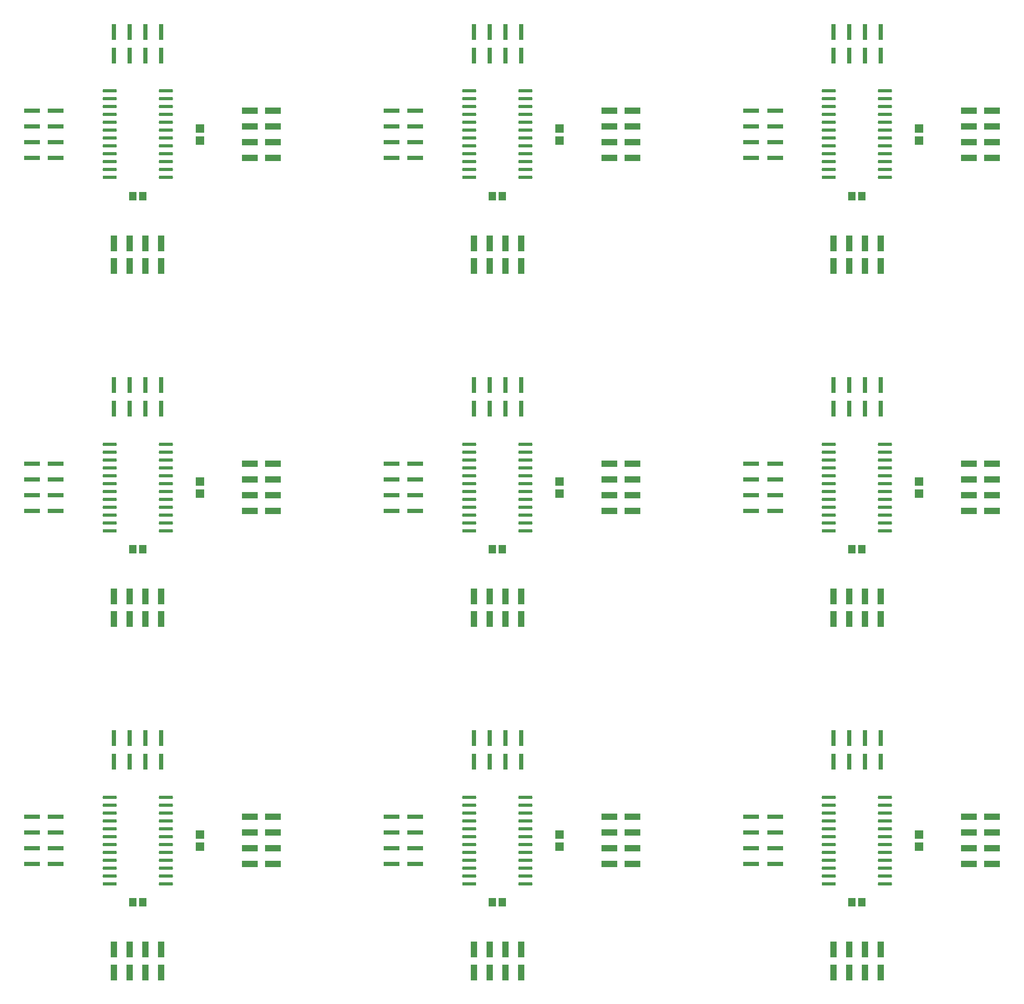
<source format=gbr>
%TF.GenerationSoftware,Altium Limited,Altium Designer,21.6.1 (37)*%
G04 Layer_Color=255*
%FSLAX43Y43*%
%MOMM*%
%TF.SameCoordinates,8D5B277E-474B-43DD-86F4-B2073A371E15*%
%TF.FilePolarity,Positive*%
%TF.FileFunction,Pads,Bot*%
%TF.Part,CustomerPanel*%
G01*
G75*
%TA.AperFunction,SMDPad,CuDef*%
%ADD14R,0.800X2.500*%
%ADD15R,2.500X0.800*%
%ADD16R,2.500X1.000*%
%ADD17R,1.000X2.500*%
G04:AMPARAMS|DCode=18|XSize=2.298mm|YSize=0.567mm|CornerRadius=0.283mm|HoleSize=0mm|Usage=FLASHONLY|Rotation=0.000|XOffset=0mm|YOffset=0mm|HoleType=Round|Shape=RoundedRectangle|*
%AMROUNDEDRECTD18*
21,1,2.298,0.000,0,0,0.0*
21,1,1.731,0.567,0,0,0.0*
1,1,0.567,0.865,0.000*
1,1,0.567,-0.865,0.000*
1,1,0.567,-0.865,0.000*
1,1,0.567,0.865,0.000*
%
%ADD18ROUNDEDRECTD18*%
%ADD19R,2.298X0.567*%
%ADD20R,1.300X1.450*%
%ADD21R,1.450X1.350*%
D14*
X140190Y158040D02*
D03*
X142730D02*
D03*
X140190Y154210D02*
D03*
X142730D02*
D03*
X145270Y158040D02*
D03*
X147810D02*
D03*
X145270Y154210D02*
D03*
X147810D02*
D03*
X140190Y101040D02*
D03*
X142730D02*
D03*
X140190Y97210D02*
D03*
X142730D02*
D03*
X145270Y101040D02*
D03*
X147810D02*
D03*
X145270Y97210D02*
D03*
X147810D02*
D03*
X140190Y44040D02*
D03*
X142730D02*
D03*
X140190Y40210D02*
D03*
X142730D02*
D03*
X145270Y44040D02*
D03*
X147810D02*
D03*
X145270Y40210D02*
D03*
X147810D02*
D03*
X82190Y158040D02*
D03*
X84730D02*
D03*
X82190Y154210D02*
D03*
X84730D02*
D03*
X87270Y158040D02*
D03*
X89810D02*
D03*
X87270Y154210D02*
D03*
X89810D02*
D03*
X82190Y101040D02*
D03*
X84730D02*
D03*
X82190Y97210D02*
D03*
X84730D02*
D03*
X87270Y101040D02*
D03*
X89810D02*
D03*
X87270Y97210D02*
D03*
X89810D02*
D03*
X82190Y44040D02*
D03*
X84730D02*
D03*
X82190Y40210D02*
D03*
X84730D02*
D03*
X87270Y44040D02*
D03*
X89810D02*
D03*
X87270Y40210D02*
D03*
X89810D02*
D03*
X24190Y158040D02*
D03*
X26730D02*
D03*
X24190Y154210D02*
D03*
X26730D02*
D03*
X29270Y158040D02*
D03*
X31810D02*
D03*
X29270Y154210D02*
D03*
X31810D02*
D03*
X24190Y101040D02*
D03*
X26730D02*
D03*
X24190Y97210D02*
D03*
X26730D02*
D03*
X29270Y101040D02*
D03*
X31810D02*
D03*
X29270Y97210D02*
D03*
X31810D02*
D03*
X24190Y44040D02*
D03*
X26730D02*
D03*
X24190Y40210D02*
D03*
X26730D02*
D03*
X29270Y44040D02*
D03*
X31810D02*
D03*
X29270Y40210D02*
D03*
X31810D02*
D03*
D15*
X130790Y145310D02*
D03*
Y142770D02*
D03*
X126960Y145310D02*
D03*
Y142770D02*
D03*
X130790Y140230D02*
D03*
Y137690D02*
D03*
X126960Y140230D02*
D03*
Y137690D02*
D03*
X130790Y88310D02*
D03*
Y85770D02*
D03*
X126960Y88310D02*
D03*
Y85770D02*
D03*
X130790Y83230D02*
D03*
Y80690D02*
D03*
X126960Y83230D02*
D03*
Y80690D02*
D03*
X130790Y31310D02*
D03*
Y28770D02*
D03*
X126960Y31310D02*
D03*
Y28770D02*
D03*
X130790Y26230D02*
D03*
Y23690D02*
D03*
X126960Y26230D02*
D03*
Y23690D02*
D03*
X72790Y145310D02*
D03*
Y142770D02*
D03*
X68960Y145310D02*
D03*
Y142770D02*
D03*
X72790Y140230D02*
D03*
Y137690D02*
D03*
X68960Y140230D02*
D03*
Y137690D02*
D03*
X72790Y88310D02*
D03*
Y85770D02*
D03*
X68960Y88310D02*
D03*
Y85770D02*
D03*
X72790Y83230D02*
D03*
Y80690D02*
D03*
X68960Y83230D02*
D03*
Y80690D02*
D03*
X72790Y31310D02*
D03*
Y28770D02*
D03*
X68960Y31310D02*
D03*
Y28770D02*
D03*
X72790Y26230D02*
D03*
Y23690D02*
D03*
X68960Y26230D02*
D03*
Y23690D02*
D03*
X14790Y145310D02*
D03*
Y142770D02*
D03*
X10960Y145310D02*
D03*
Y142770D02*
D03*
X14790Y140230D02*
D03*
Y137690D02*
D03*
X10960Y140230D02*
D03*
Y137690D02*
D03*
X14790Y88310D02*
D03*
Y85770D02*
D03*
X10960Y88310D02*
D03*
Y85770D02*
D03*
X14790Y83230D02*
D03*
Y80690D02*
D03*
X10960Y83230D02*
D03*
Y80690D02*
D03*
X14790Y31310D02*
D03*
Y28770D02*
D03*
X10960Y31310D02*
D03*
Y28770D02*
D03*
X14790Y26230D02*
D03*
Y23690D02*
D03*
X10960Y26230D02*
D03*
Y23690D02*
D03*
D16*
X162080Y145310D02*
D03*
Y142770D02*
D03*
X165780Y145310D02*
D03*
Y142770D02*
D03*
Y137690D02*
D03*
X162080D02*
D03*
X165780Y140230D02*
D03*
X162080D02*
D03*
X162080Y88310D02*
D03*
Y85770D02*
D03*
X165780Y88310D02*
D03*
Y85770D02*
D03*
Y80690D02*
D03*
X162080D02*
D03*
X165780Y83230D02*
D03*
X162080D02*
D03*
X162080Y31310D02*
D03*
Y28770D02*
D03*
X165780Y31310D02*
D03*
Y28770D02*
D03*
Y23690D02*
D03*
X162080D02*
D03*
X165780Y26230D02*
D03*
X162080D02*
D03*
X104080Y145310D02*
D03*
Y142770D02*
D03*
X107780Y145310D02*
D03*
Y142770D02*
D03*
Y137690D02*
D03*
X104080D02*
D03*
X107780Y140230D02*
D03*
X104080D02*
D03*
Y88310D02*
D03*
Y85770D02*
D03*
X107780Y88310D02*
D03*
Y85770D02*
D03*
Y80690D02*
D03*
X104080D02*
D03*
X107780Y83230D02*
D03*
X104080D02*
D03*
Y31310D02*
D03*
Y28770D02*
D03*
X107780Y31310D02*
D03*
Y28770D02*
D03*
Y23690D02*
D03*
X104080D02*
D03*
X107780Y26230D02*
D03*
X104080D02*
D03*
X46080Y145310D02*
D03*
Y142770D02*
D03*
X49780Y145310D02*
D03*
Y142770D02*
D03*
Y137690D02*
D03*
X46080D02*
D03*
X49780Y140230D02*
D03*
X46080D02*
D03*
Y88310D02*
D03*
Y85770D02*
D03*
X49780Y88310D02*
D03*
Y85770D02*
D03*
Y80690D02*
D03*
X46080D02*
D03*
X49780Y83230D02*
D03*
X46080D02*
D03*
Y31310D02*
D03*
Y28770D02*
D03*
X49780Y31310D02*
D03*
Y28770D02*
D03*
Y23690D02*
D03*
X46080D02*
D03*
X49780Y26230D02*
D03*
X46080D02*
D03*
D17*
X142730Y123920D02*
D03*
Y120220D02*
D03*
X140190Y123920D02*
D03*
Y120220D02*
D03*
X145270D02*
D03*
X147810D02*
D03*
X145270Y123920D02*
D03*
X147810D02*
D03*
X142730Y66920D02*
D03*
Y63220D02*
D03*
X140190Y66920D02*
D03*
Y63220D02*
D03*
X145270D02*
D03*
X147810D02*
D03*
X145270Y66920D02*
D03*
X147810D02*
D03*
X142730Y9920D02*
D03*
Y6220D02*
D03*
X140190Y9920D02*
D03*
Y6220D02*
D03*
X145270D02*
D03*
X147810D02*
D03*
X145270Y9920D02*
D03*
X147810D02*
D03*
X84730Y123920D02*
D03*
Y120220D02*
D03*
X82190Y123920D02*
D03*
Y120220D02*
D03*
X87270D02*
D03*
X89810D02*
D03*
X87270Y123920D02*
D03*
X89810D02*
D03*
X84730Y66920D02*
D03*
Y63220D02*
D03*
X82190Y66920D02*
D03*
Y63220D02*
D03*
X87270D02*
D03*
X89810D02*
D03*
X87270Y66920D02*
D03*
X89810D02*
D03*
X84730Y9920D02*
D03*
Y6220D02*
D03*
X82190Y9920D02*
D03*
Y6220D02*
D03*
X87270D02*
D03*
X89810D02*
D03*
X87270Y9920D02*
D03*
X89810D02*
D03*
X26730Y123920D02*
D03*
Y120220D02*
D03*
X24190Y123920D02*
D03*
Y120220D02*
D03*
X29270D02*
D03*
X31810D02*
D03*
X29270Y123920D02*
D03*
X31810D02*
D03*
X26730Y66920D02*
D03*
Y63220D02*
D03*
X24190Y66920D02*
D03*
Y63220D02*
D03*
X29270D02*
D03*
X31810D02*
D03*
X29270Y66920D02*
D03*
X31810D02*
D03*
X26730Y9920D02*
D03*
Y6220D02*
D03*
X24190Y9920D02*
D03*
Y6220D02*
D03*
X29270D02*
D03*
X31810D02*
D03*
X29270Y9920D02*
D03*
X31810D02*
D03*
D18*
X148528Y134515D02*
D03*
Y135785D02*
D03*
Y137055D02*
D03*
Y138325D02*
D03*
Y139595D02*
D03*
Y140865D02*
D03*
Y142135D02*
D03*
Y143405D02*
D03*
Y144675D02*
D03*
Y145945D02*
D03*
Y147215D02*
D03*
Y148485D02*
D03*
X139472D02*
D03*
Y147215D02*
D03*
Y145945D02*
D03*
Y144675D02*
D03*
Y143405D02*
D03*
Y142135D02*
D03*
Y140865D02*
D03*
Y139595D02*
D03*
Y138325D02*
D03*
Y137055D02*
D03*
Y135785D02*
D03*
X148528Y77515D02*
D03*
Y78785D02*
D03*
Y80055D02*
D03*
Y81325D02*
D03*
Y82595D02*
D03*
Y83865D02*
D03*
Y85135D02*
D03*
Y86405D02*
D03*
Y87675D02*
D03*
Y88945D02*
D03*
Y90215D02*
D03*
Y91485D02*
D03*
X139472D02*
D03*
Y90215D02*
D03*
Y88945D02*
D03*
Y87675D02*
D03*
Y86405D02*
D03*
Y85135D02*
D03*
Y83865D02*
D03*
Y82595D02*
D03*
Y81325D02*
D03*
Y80055D02*
D03*
Y78785D02*
D03*
X148528Y20515D02*
D03*
Y21785D02*
D03*
Y23055D02*
D03*
Y24325D02*
D03*
Y25595D02*
D03*
Y26865D02*
D03*
Y28135D02*
D03*
Y29405D02*
D03*
Y30675D02*
D03*
Y31945D02*
D03*
Y33215D02*
D03*
Y34485D02*
D03*
X139472D02*
D03*
Y33215D02*
D03*
Y31945D02*
D03*
Y30675D02*
D03*
Y29405D02*
D03*
Y28135D02*
D03*
Y26865D02*
D03*
Y25595D02*
D03*
Y24325D02*
D03*
Y23055D02*
D03*
Y21785D02*
D03*
X90528Y134515D02*
D03*
Y135785D02*
D03*
Y137055D02*
D03*
Y138325D02*
D03*
Y139595D02*
D03*
Y140865D02*
D03*
Y142135D02*
D03*
Y143405D02*
D03*
Y144675D02*
D03*
Y145945D02*
D03*
Y147215D02*
D03*
Y148485D02*
D03*
X81472D02*
D03*
Y147215D02*
D03*
Y145945D02*
D03*
Y144675D02*
D03*
Y143405D02*
D03*
Y142135D02*
D03*
Y140865D02*
D03*
Y139595D02*
D03*
Y138325D02*
D03*
Y137055D02*
D03*
Y135785D02*
D03*
X90528Y77515D02*
D03*
Y78785D02*
D03*
Y80055D02*
D03*
Y81325D02*
D03*
Y82595D02*
D03*
Y83865D02*
D03*
Y85135D02*
D03*
Y86405D02*
D03*
Y87675D02*
D03*
Y88945D02*
D03*
Y90215D02*
D03*
Y91485D02*
D03*
X81472D02*
D03*
Y90215D02*
D03*
Y88945D02*
D03*
Y87675D02*
D03*
Y86405D02*
D03*
Y85135D02*
D03*
Y83865D02*
D03*
Y82595D02*
D03*
Y81325D02*
D03*
Y80055D02*
D03*
Y78785D02*
D03*
X90528Y20515D02*
D03*
Y21785D02*
D03*
Y23055D02*
D03*
Y24325D02*
D03*
Y25595D02*
D03*
Y26865D02*
D03*
Y28135D02*
D03*
Y29405D02*
D03*
Y30675D02*
D03*
Y31945D02*
D03*
Y33215D02*
D03*
Y34485D02*
D03*
X81472D02*
D03*
Y33215D02*
D03*
Y31945D02*
D03*
Y30675D02*
D03*
Y29405D02*
D03*
Y28135D02*
D03*
Y26865D02*
D03*
Y25595D02*
D03*
Y24325D02*
D03*
Y23055D02*
D03*
Y21785D02*
D03*
X32528Y134515D02*
D03*
Y135785D02*
D03*
Y137055D02*
D03*
Y138325D02*
D03*
Y139595D02*
D03*
Y140865D02*
D03*
Y142135D02*
D03*
Y143405D02*
D03*
Y144675D02*
D03*
Y145945D02*
D03*
Y147215D02*
D03*
Y148485D02*
D03*
X23472D02*
D03*
Y147215D02*
D03*
Y145945D02*
D03*
Y144675D02*
D03*
Y143405D02*
D03*
Y142135D02*
D03*
Y140865D02*
D03*
Y139595D02*
D03*
Y138325D02*
D03*
Y137055D02*
D03*
Y135785D02*
D03*
X32528Y77515D02*
D03*
Y78785D02*
D03*
Y80055D02*
D03*
Y81325D02*
D03*
Y82595D02*
D03*
Y83865D02*
D03*
Y85135D02*
D03*
Y86405D02*
D03*
Y87675D02*
D03*
Y88945D02*
D03*
Y90215D02*
D03*
Y91485D02*
D03*
X23472D02*
D03*
Y90215D02*
D03*
Y88945D02*
D03*
Y87675D02*
D03*
Y86405D02*
D03*
Y85135D02*
D03*
Y83865D02*
D03*
Y82595D02*
D03*
Y81325D02*
D03*
Y80055D02*
D03*
Y78785D02*
D03*
X32528Y20515D02*
D03*
Y21785D02*
D03*
Y23055D02*
D03*
Y24325D02*
D03*
Y25595D02*
D03*
Y26865D02*
D03*
Y28135D02*
D03*
Y29405D02*
D03*
Y30675D02*
D03*
Y31945D02*
D03*
Y33215D02*
D03*
Y34485D02*
D03*
X23472D02*
D03*
Y33215D02*
D03*
Y31945D02*
D03*
Y30675D02*
D03*
Y29405D02*
D03*
Y28135D02*
D03*
Y26865D02*
D03*
Y25595D02*
D03*
Y24325D02*
D03*
Y23055D02*
D03*
Y21785D02*
D03*
D19*
X139472Y134515D02*
D03*
X139472Y77515D02*
D03*
X139472Y20515D02*
D03*
X81472Y134515D02*
D03*
Y77515D02*
D03*
Y20515D02*
D03*
X23472Y134515D02*
D03*
Y77515D02*
D03*
Y20515D02*
D03*
D20*
X144825Y131500D02*
D03*
X143175D02*
D03*
X144825Y74500D02*
D03*
X143175D02*
D03*
X144825Y17500D02*
D03*
X143175D02*
D03*
X86825Y131500D02*
D03*
X85175D02*
D03*
X86825Y74500D02*
D03*
X85175D02*
D03*
X86825Y17500D02*
D03*
X85175D02*
D03*
X28825Y131500D02*
D03*
X27175D02*
D03*
X28825Y74500D02*
D03*
X27175D02*
D03*
X28825Y17500D02*
D03*
X27175D02*
D03*
D21*
X154000Y140500D02*
D03*
Y142450D02*
D03*
X154000Y83500D02*
D03*
Y85450D02*
D03*
X154000Y26500D02*
D03*
Y28450D02*
D03*
X96000Y140500D02*
D03*
Y142450D02*
D03*
Y83500D02*
D03*
Y85450D02*
D03*
Y26500D02*
D03*
Y28450D02*
D03*
X38000Y140500D02*
D03*
Y142450D02*
D03*
Y83500D02*
D03*
Y85450D02*
D03*
Y26500D02*
D03*
Y28450D02*
D03*
%TF.MD5,30d313a98e5fb49183e9222b3a1bbe06*%
M02*

</source>
